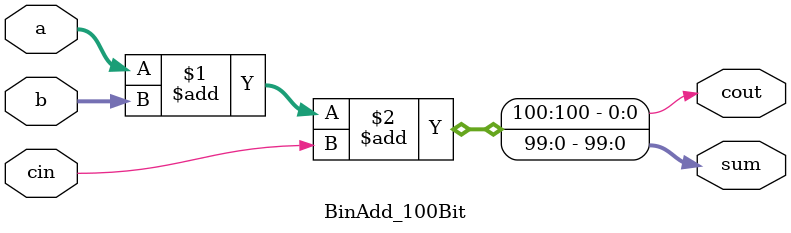
<source format=v>
module BinAdd_100Bit (
    input [99:0] a, b,
    input cin,
    output cout,
    output [99:0] sum
);
    // Concatenate cout to sum for overflow
    assign {cout,sum} = a + b + cin;     
endmodule

</source>
